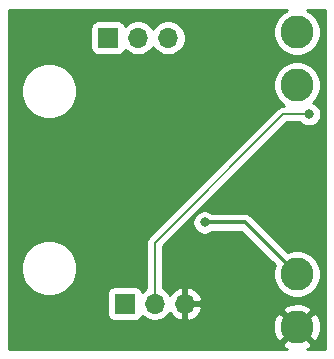
<source format=gbr>
G04 #@! TF.GenerationSoftware,KiCad,Pcbnew,(5.1.5-0-10_14)*
G04 #@! TF.CreationDate,2021-06-02T09:33:46-04:00*
G04 #@! TF.ProjectId,ESLO_RB2_Programmer,45534c4f-5f52-4423-925f-50726f677261,rev?*
G04 #@! TF.SameCoordinates,Original*
G04 #@! TF.FileFunction,Copper,L2,Bot*
G04 #@! TF.FilePolarity,Positive*
%FSLAX46Y46*%
G04 Gerber Fmt 4.6, Leading zero omitted, Abs format (unit mm)*
G04 Created by KiCad (PCBNEW (5.1.5-0-10_14)) date 2021-06-02 09:33:46*
%MOMM*%
%LPD*%
G04 APERTURE LIST*
%ADD10C,2.800000*%
%ADD11O,1.700000X1.700000*%
%ADD12R,1.700000X1.700000*%
%ADD13C,0.800000*%
%ADD14C,0.300000*%
%ADD15C,0.152400*%
%ADD16C,0.254000*%
G04 APERTURE END LIST*
D10*
X147000000Y-74500000D03*
X147000000Y-79000000D03*
X147000000Y-95000000D03*
X147000000Y-99500000D03*
D11*
X137500000Y-97500000D03*
X134960000Y-97500000D03*
D12*
X132420000Y-97500000D03*
D11*
X136080000Y-75000000D03*
X133540000Y-75000000D03*
D12*
X131000000Y-75000000D03*
D13*
X139175000Y-90625000D03*
X148000000Y-81450000D03*
D14*
X142625000Y-90625000D02*
X147000000Y-95000000D01*
X139175000Y-90625000D02*
X142625000Y-90625000D01*
D15*
X134960000Y-92340000D02*
X134960000Y-97500000D01*
X145850000Y-81450000D02*
X134960000Y-92340000D01*
X148000000Y-81450000D02*
X145850000Y-81450000D01*
D16*
G36*
X146036066Y-72696607D02*
G01*
X145702763Y-72919313D01*
X145419313Y-73202763D01*
X145196607Y-73536066D01*
X145043204Y-73906413D01*
X144965000Y-74299570D01*
X144965000Y-74700430D01*
X145043204Y-75093587D01*
X145196607Y-75463934D01*
X145419313Y-75797237D01*
X145702763Y-76080687D01*
X146036066Y-76303393D01*
X146406413Y-76456796D01*
X146799570Y-76535000D01*
X147200430Y-76535000D01*
X147593587Y-76456796D01*
X147963934Y-76303393D01*
X148297237Y-76080687D01*
X148580687Y-75797237D01*
X148803393Y-75463934D01*
X148956796Y-75093587D01*
X149035000Y-74700430D01*
X149035000Y-74299570D01*
X148956796Y-73906413D01*
X148803393Y-73536066D01*
X148580687Y-73202763D01*
X148297237Y-72919313D01*
X147963934Y-72696607D01*
X147875557Y-72660000D01*
X149340001Y-72660000D01*
X149340000Y-101340000D01*
X147883154Y-101340000D01*
X148096865Y-101225770D01*
X148240842Y-100920447D01*
X147000000Y-99679605D01*
X145759158Y-100920447D01*
X145903135Y-101225770D01*
X146129133Y-101340000D01*
X122660000Y-101340000D01*
X122660000Y-99546777D01*
X144955690Y-99546777D01*
X145004096Y-99944704D01*
X145129205Y-100325540D01*
X145274230Y-100596865D01*
X145579553Y-100740842D01*
X146820395Y-99500000D01*
X147179605Y-99500000D01*
X148420447Y-100740842D01*
X148725770Y-100596865D01*
X148906597Y-100239108D01*
X149014155Y-99852947D01*
X149044310Y-99453223D01*
X148995904Y-99055296D01*
X148870795Y-98674460D01*
X148725770Y-98403135D01*
X148420447Y-98259158D01*
X147179605Y-99500000D01*
X146820395Y-99500000D01*
X145579553Y-98259158D01*
X145274230Y-98403135D01*
X145093403Y-98760892D01*
X144985845Y-99147053D01*
X144955690Y-99546777D01*
X122660000Y-99546777D01*
X122660000Y-94264759D01*
X123611557Y-94264759D01*
X123611557Y-94735241D01*
X123703343Y-95196683D01*
X123883389Y-95631352D01*
X124144775Y-96022544D01*
X124477456Y-96355225D01*
X124868648Y-96616611D01*
X125303317Y-96796657D01*
X125764759Y-96888443D01*
X126235241Y-96888443D01*
X126696683Y-96796657D01*
X127050743Y-96650000D01*
X130931928Y-96650000D01*
X130931928Y-98350000D01*
X130944188Y-98474482D01*
X130980498Y-98594180D01*
X131039463Y-98704494D01*
X131118815Y-98801185D01*
X131215506Y-98880537D01*
X131325820Y-98939502D01*
X131445518Y-98975812D01*
X131570000Y-98988072D01*
X133270000Y-98988072D01*
X133394482Y-98975812D01*
X133514180Y-98939502D01*
X133624494Y-98880537D01*
X133721185Y-98801185D01*
X133800537Y-98704494D01*
X133859502Y-98594180D01*
X133881513Y-98521620D01*
X134013368Y-98653475D01*
X134256589Y-98815990D01*
X134526842Y-98927932D01*
X134813740Y-98985000D01*
X135106260Y-98985000D01*
X135393158Y-98927932D01*
X135663411Y-98815990D01*
X135906632Y-98653475D01*
X136113475Y-98446632D01*
X136235195Y-98264466D01*
X136304822Y-98381355D01*
X136499731Y-98597588D01*
X136733080Y-98771641D01*
X136995901Y-98896825D01*
X137143110Y-98941476D01*
X137373000Y-98820155D01*
X137373000Y-97627000D01*
X137627000Y-97627000D01*
X137627000Y-98820155D01*
X137856890Y-98941476D01*
X138004099Y-98896825D01*
X138266920Y-98771641D01*
X138500269Y-98597588D01*
X138695178Y-98381355D01*
X138844157Y-98131252D01*
X138862496Y-98079553D01*
X145759158Y-98079553D01*
X147000000Y-99320395D01*
X148240842Y-98079553D01*
X148096865Y-97774230D01*
X147739108Y-97593403D01*
X147352947Y-97485845D01*
X146953223Y-97455690D01*
X146555296Y-97504096D01*
X146174460Y-97629205D01*
X145903135Y-97774230D01*
X145759158Y-98079553D01*
X138862496Y-98079553D01*
X138941481Y-97856891D01*
X138820814Y-97627000D01*
X137627000Y-97627000D01*
X137373000Y-97627000D01*
X137353000Y-97627000D01*
X137353000Y-97373000D01*
X137373000Y-97373000D01*
X137373000Y-96179845D01*
X137627000Y-96179845D01*
X137627000Y-97373000D01*
X138820814Y-97373000D01*
X138941481Y-97143109D01*
X138844157Y-96868748D01*
X138695178Y-96618645D01*
X138500269Y-96402412D01*
X138266920Y-96228359D01*
X138004099Y-96103175D01*
X137856890Y-96058524D01*
X137627000Y-96179845D01*
X137373000Y-96179845D01*
X137143110Y-96058524D01*
X136995901Y-96103175D01*
X136733080Y-96228359D01*
X136499731Y-96402412D01*
X136304822Y-96618645D01*
X136235195Y-96735534D01*
X136113475Y-96553368D01*
X135906632Y-96346525D01*
X135671200Y-96189214D01*
X135671200Y-92634587D01*
X137782726Y-90523061D01*
X138140000Y-90523061D01*
X138140000Y-90726939D01*
X138179774Y-90926898D01*
X138257795Y-91115256D01*
X138371063Y-91284774D01*
X138515226Y-91428937D01*
X138684744Y-91542205D01*
X138873102Y-91620226D01*
X139073061Y-91660000D01*
X139276939Y-91660000D01*
X139476898Y-91620226D01*
X139665256Y-91542205D01*
X139834774Y-91428937D01*
X139853711Y-91410000D01*
X142299843Y-91410000D01*
X145117321Y-94227479D01*
X145043204Y-94406413D01*
X144965000Y-94799570D01*
X144965000Y-95200430D01*
X145043204Y-95593587D01*
X145196607Y-95963934D01*
X145419313Y-96297237D01*
X145702763Y-96580687D01*
X146036066Y-96803393D01*
X146406413Y-96956796D01*
X146799570Y-97035000D01*
X147200430Y-97035000D01*
X147593587Y-96956796D01*
X147963934Y-96803393D01*
X148297237Y-96580687D01*
X148580687Y-96297237D01*
X148803393Y-95963934D01*
X148956796Y-95593587D01*
X149035000Y-95200430D01*
X149035000Y-94799570D01*
X148956796Y-94406413D01*
X148803393Y-94036066D01*
X148580687Y-93702763D01*
X148297237Y-93419313D01*
X147963934Y-93196607D01*
X147593587Y-93043204D01*
X147200430Y-92965000D01*
X146799570Y-92965000D01*
X146406413Y-93043204D01*
X146227479Y-93117321D01*
X143207347Y-90097190D01*
X143182764Y-90067236D01*
X143063233Y-89969138D01*
X142926860Y-89896246D01*
X142778887Y-89851359D01*
X142663561Y-89840000D01*
X142663553Y-89840000D01*
X142625000Y-89836203D01*
X142586447Y-89840000D01*
X139853711Y-89840000D01*
X139834774Y-89821063D01*
X139665256Y-89707795D01*
X139476898Y-89629774D01*
X139276939Y-89590000D01*
X139073061Y-89590000D01*
X138873102Y-89629774D01*
X138684744Y-89707795D01*
X138515226Y-89821063D01*
X138371063Y-89965226D01*
X138257795Y-90134744D01*
X138179774Y-90323102D01*
X138140000Y-90523061D01*
X137782726Y-90523061D01*
X146144589Y-82161200D01*
X147247489Y-82161200D01*
X147340226Y-82253937D01*
X147509744Y-82367205D01*
X147698102Y-82445226D01*
X147898061Y-82485000D01*
X148101939Y-82485000D01*
X148301898Y-82445226D01*
X148490256Y-82367205D01*
X148659774Y-82253937D01*
X148803937Y-82109774D01*
X148917205Y-81940256D01*
X148995226Y-81751898D01*
X149035000Y-81551939D01*
X149035000Y-81348061D01*
X148995226Y-81148102D01*
X148917205Y-80959744D01*
X148803937Y-80790226D01*
X148659774Y-80646063D01*
X148490256Y-80532795D01*
X148387636Y-80490288D01*
X148580687Y-80297237D01*
X148803393Y-79963934D01*
X148956796Y-79593587D01*
X149035000Y-79200430D01*
X149035000Y-78799570D01*
X148956796Y-78406413D01*
X148803393Y-78036066D01*
X148580687Y-77702763D01*
X148297237Y-77419313D01*
X147963934Y-77196607D01*
X147593587Y-77043204D01*
X147200430Y-76965000D01*
X146799570Y-76965000D01*
X146406413Y-77043204D01*
X146036066Y-77196607D01*
X145702763Y-77419313D01*
X145419313Y-77702763D01*
X145196607Y-78036066D01*
X145043204Y-78406413D01*
X144965000Y-78799570D01*
X144965000Y-79200430D01*
X145043204Y-79593587D01*
X145196607Y-79963934D01*
X145419313Y-80297237D01*
X145702763Y-80580687D01*
X145939396Y-80738800D01*
X145884928Y-80738800D01*
X145850000Y-80735360D01*
X145815071Y-80738800D01*
X145815064Y-80738800D01*
X145710580Y-80749091D01*
X145576518Y-80789758D01*
X145452967Y-80855798D01*
X145371809Y-80922402D01*
X145371804Y-80922407D01*
X145344673Y-80944673D01*
X145322407Y-80971804D01*
X134481811Y-91812402D01*
X134454673Y-91834674D01*
X134365798Y-91942968D01*
X134299758Y-92066520D01*
X134259091Y-92200581D01*
X134248800Y-92305065D01*
X134248800Y-92305074D01*
X134245360Y-92340000D01*
X134248800Y-92374926D01*
X134248801Y-96189214D01*
X134013368Y-96346525D01*
X133881513Y-96478380D01*
X133859502Y-96405820D01*
X133800537Y-96295506D01*
X133721185Y-96198815D01*
X133624494Y-96119463D01*
X133514180Y-96060498D01*
X133394482Y-96024188D01*
X133270000Y-96011928D01*
X131570000Y-96011928D01*
X131445518Y-96024188D01*
X131325820Y-96060498D01*
X131215506Y-96119463D01*
X131118815Y-96198815D01*
X131039463Y-96295506D01*
X130980498Y-96405820D01*
X130944188Y-96525518D01*
X130931928Y-96650000D01*
X127050743Y-96650000D01*
X127131352Y-96616611D01*
X127522544Y-96355225D01*
X127855225Y-96022544D01*
X128116611Y-95631352D01*
X128296657Y-95196683D01*
X128388443Y-94735241D01*
X128388443Y-94264759D01*
X128296657Y-93803317D01*
X128116611Y-93368648D01*
X127855225Y-92977456D01*
X127522544Y-92644775D01*
X127131352Y-92383389D01*
X126696683Y-92203343D01*
X126235241Y-92111557D01*
X125764759Y-92111557D01*
X125303317Y-92203343D01*
X124868648Y-92383389D01*
X124477456Y-92644775D01*
X124144775Y-92977456D01*
X123883389Y-93368648D01*
X123703343Y-93803317D01*
X123611557Y-94264759D01*
X122660000Y-94264759D01*
X122660000Y-79264759D01*
X123611557Y-79264759D01*
X123611557Y-79735241D01*
X123703343Y-80196683D01*
X123883389Y-80631352D01*
X124144775Y-81022544D01*
X124477456Y-81355225D01*
X124868648Y-81616611D01*
X125303317Y-81796657D01*
X125764759Y-81888443D01*
X126235241Y-81888443D01*
X126696683Y-81796657D01*
X127131352Y-81616611D01*
X127522544Y-81355225D01*
X127855225Y-81022544D01*
X128116611Y-80631352D01*
X128296657Y-80196683D01*
X128388443Y-79735241D01*
X128388443Y-79264759D01*
X128296657Y-78803317D01*
X128116611Y-78368648D01*
X127855225Y-77977456D01*
X127522544Y-77644775D01*
X127131352Y-77383389D01*
X126696683Y-77203343D01*
X126235241Y-77111557D01*
X125764759Y-77111557D01*
X125303317Y-77203343D01*
X124868648Y-77383389D01*
X124477456Y-77644775D01*
X124144775Y-77977456D01*
X123883389Y-78368648D01*
X123703343Y-78803317D01*
X123611557Y-79264759D01*
X122660000Y-79264759D01*
X122660000Y-74150000D01*
X129511928Y-74150000D01*
X129511928Y-75850000D01*
X129524188Y-75974482D01*
X129560498Y-76094180D01*
X129619463Y-76204494D01*
X129698815Y-76301185D01*
X129795506Y-76380537D01*
X129905820Y-76439502D01*
X130025518Y-76475812D01*
X130150000Y-76488072D01*
X131850000Y-76488072D01*
X131974482Y-76475812D01*
X132094180Y-76439502D01*
X132204494Y-76380537D01*
X132301185Y-76301185D01*
X132380537Y-76204494D01*
X132439502Y-76094180D01*
X132461513Y-76021620D01*
X132593368Y-76153475D01*
X132836589Y-76315990D01*
X133106842Y-76427932D01*
X133393740Y-76485000D01*
X133686260Y-76485000D01*
X133973158Y-76427932D01*
X134243411Y-76315990D01*
X134486632Y-76153475D01*
X134693475Y-75946632D01*
X134810000Y-75772240D01*
X134926525Y-75946632D01*
X135133368Y-76153475D01*
X135376589Y-76315990D01*
X135646842Y-76427932D01*
X135933740Y-76485000D01*
X136226260Y-76485000D01*
X136513158Y-76427932D01*
X136783411Y-76315990D01*
X137026632Y-76153475D01*
X137233475Y-75946632D01*
X137395990Y-75703411D01*
X137507932Y-75433158D01*
X137565000Y-75146260D01*
X137565000Y-74853740D01*
X137507932Y-74566842D01*
X137395990Y-74296589D01*
X137233475Y-74053368D01*
X137026632Y-73846525D01*
X136783411Y-73684010D01*
X136513158Y-73572068D01*
X136226260Y-73515000D01*
X135933740Y-73515000D01*
X135646842Y-73572068D01*
X135376589Y-73684010D01*
X135133368Y-73846525D01*
X134926525Y-74053368D01*
X134810000Y-74227760D01*
X134693475Y-74053368D01*
X134486632Y-73846525D01*
X134243411Y-73684010D01*
X133973158Y-73572068D01*
X133686260Y-73515000D01*
X133393740Y-73515000D01*
X133106842Y-73572068D01*
X132836589Y-73684010D01*
X132593368Y-73846525D01*
X132461513Y-73978380D01*
X132439502Y-73905820D01*
X132380537Y-73795506D01*
X132301185Y-73698815D01*
X132204494Y-73619463D01*
X132094180Y-73560498D01*
X131974482Y-73524188D01*
X131850000Y-73511928D01*
X130150000Y-73511928D01*
X130025518Y-73524188D01*
X129905820Y-73560498D01*
X129795506Y-73619463D01*
X129698815Y-73698815D01*
X129619463Y-73795506D01*
X129560498Y-73905820D01*
X129524188Y-74025518D01*
X129511928Y-74150000D01*
X122660000Y-74150000D01*
X122660000Y-72660000D01*
X146124443Y-72660000D01*
X146036066Y-72696607D01*
G37*
X146036066Y-72696607D02*
X145702763Y-72919313D01*
X145419313Y-73202763D01*
X145196607Y-73536066D01*
X145043204Y-73906413D01*
X144965000Y-74299570D01*
X144965000Y-74700430D01*
X145043204Y-75093587D01*
X145196607Y-75463934D01*
X145419313Y-75797237D01*
X145702763Y-76080687D01*
X146036066Y-76303393D01*
X146406413Y-76456796D01*
X146799570Y-76535000D01*
X147200430Y-76535000D01*
X147593587Y-76456796D01*
X147963934Y-76303393D01*
X148297237Y-76080687D01*
X148580687Y-75797237D01*
X148803393Y-75463934D01*
X148956796Y-75093587D01*
X149035000Y-74700430D01*
X149035000Y-74299570D01*
X148956796Y-73906413D01*
X148803393Y-73536066D01*
X148580687Y-73202763D01*
X148297237Y-72919313D01*
X147963934Y-72696607D01*
X147875557Y-72660000D01*
X149340001Y-72660000D01*
X149340000Y-101340000D01*
X147883154Y-101340000D01*
X148096865Y-101225770D01*
X148240842Y-100920447D01*
X147000000Y-99679605D01*
X145759158Y-100920447D01*
X145903135Y-101225770D01*
X146129133Y-101340000D01*
X122660000Y-101340000D01*
X122660000Y-99546777D01*
X144955690Y-99546777D01*
X145004096Y-99944704D01*
X145129205Y-100325540D01*
X145274230Y-100596865D01*
X145579553Y-100740842D01*
X146820395Y-99500000D01*
X147179605Y-99500000D01*
X148420447Y-100740842D01*
X148725770Y-100596865D01*
X148906597Y-100239108D01*
X149014155Y-99852947D01*
X149044310Y-99453223D01*
X148995904Y-99055296D01*
X148870795Y-98674460D01*
X148725770Y-98403135D01*
X148420447Y-98259158D01*
X147179605Y-99500000D01*
X146820395Y-99500000D01*
X145579553Y-98259158D01*
X145274230Y-98403135D01*
X145093403Y-98760892D01*
X144985845Y-99147053D01*
X144955690Y-99546777D01*
X122660000Y-99546777D01*
X122660000Y-94264759D01*
X123611557Y-94264759D01*
X123611557Y-94735241D01*
X123703343Y-95196683D01*
X123883389Y-95631352D01*
X124144775Y-96022544D01*
X124477456Y-96355225D01*
X124868648Y-96616611D01*
X125303317Y-96796657D01*
X125764759Y-96888443D01*
X126235241Y-96888443D01*
X126696683Y-96796657D01*
X127050743Y-96650000D01*
X130931928Y-96650000D01*
X130931928Y-98350000D01*
X130944188Y-98474482D01*
X130980498Y-98594180D01*
X131039463Y-98704494D01*
X131118815Y-98801185D01*
X131215506Y-98880537D01*
X131325820Y-98939502D01*
X131445518Y-98975812D01*
X131570000Y-98988072D01*
X133270000Y-98988072D01*
X133394482Y-98975812D01*
X133514180Y-98939502D01*
X133624494Y-98880537D01*
X133721185Y-98801185D01*
X133800537Y-98704494D01*
X133859502Y-98594180D01*
X133881513Y-98521620D01*
X134013368Y-98653475D01*
X134256589Y-98815990D01*
X134526842Y-98927932D01*
X134813740Y-98985000D01*
X135106260Y-98985000D01*
X135393158Y-98927932D01*
X135663411Y-98815990D01*
X135906632Y-98653475D01*
X136113475Y-98446632D01*
X136235195Y-98264466D01*
X136304822Y-98381355D01*
X136499731Y-98597588D01*
X136733080Y-98771641D01*
X136995901Y-98896825D01*
X137143110Y-98941476D01*
X137373000Y-98820155D01*
X137373000Y-97627000D01*
X137627000Y-97627000D01*
X137627000Y-98820155D01*
X137856890Y-98941476D01*
X138004099Y-98896825D01*
X138266920Y-98771641D01*
X138500269Y-98597588D01*
X138695178Y-98381355D01*
X138844157Y-98131252D01*
X138862496Y-98079553D01*
X145759158Y-98079553D01*
X147000000Y-99320395D01*
X148240842Y-98079553D01*
X148096865Y-97774230D01*
X147739108Y-97593403D01*
X147352947Y-97485845D01*
X146953223Y-97455690D01*
X146555296Y-97504096D01*
X146174460Y-97629205D01*
X145903135Y-97774230D01*
X145759158Y-98079553D01*
X138862496Y-98079553D01*
X138941481Y-97856891D01*
X138820814Y-97627000D01*
X137627000Y-97627000D01*
X137373000Y-97627000D01*
X137353000Y-97627000D01*
X137353000Y-97373000D01*
X137373000Y-97373000D01*
X137373000Y-96179845D01*
X137627000Y-96179845D01*
X137627000Y-97373000D01*
X138820814Y-97373000D01*
X138941481Y-97143109D01*
X138844157Y-96868748D01*
X138695178Y-96618645D01*
X138500269Y-96402412D01*
X138266920Y-96228359D01*
X138004099Y-96103175D01*
X137856890Y-96058524D01*
X137627000Y-96179845D01*
X137373000Y-96179845D01*
X137143110Y-96058524D01*
X136995901Y-96103175D01*
X136733080Y-96228359D01*
X136499731Y-96402412D01*
X136304822Y-96618645D01*
X136235195Y-96735534D01*
X136113475Y-96553368D01*
X135906632Y-96346525D01*
X135671200Y-96189214D01*
X135671200Y-92634587D01*
X137782726Y-90523061D01*
X138140000Y-90523061D01*
X138140000Y-90726939D01*
X138179774Y-90926898D01*
X138257795Y-91115256D01*
X138371063Y-91284774D01*
X138515226Y-91428937D01*
X138684744Y-91542205D01*
X138873102Y-91620226D01*
X139073061Y-91660000D01*
X139276939Y-91660000D01*
X139476898Y-91620226D01*
X139665256Y-91542205D01*
X139834774Y-91428937D01*
X139853711Y-91410000D01*
X142299843Y-91410000D01*
X145117321Y-94227479D01*
X145043204Y-94406413D01*
X144965000Y-94799570D01*
X144965000Y-95200430D01*
X145043204Y-95593587D01*
X145196607Y-95963934D01*
X145419313Y-96297237D01*
X145702763Y-96580687D01*
X146036066Y-96803393D01*
X146406413Y-96956796D01*
X146799570Y-97035000D01*
X147200430Y-97035000D01*
X147593587Y-96956796D01*
X147963934Y-96803393D01*
X148297237Y-96580687D01*
X148580687Y-96297237D01*
X148803393Y-95963934D01*
X148956796Y-95593587D01*
X149035000Y-95200430D01*
X149035000Y-94799570D01*
X148956796Y-94406413D01*
X148803393Y-94036066D01*
X148580687Y-93702763D01*
X148297237Y-93419313D01*
X147963934Y-93196607D01*
X147593587Y-93043204D01*
X147200430Y-92965000D01*
X146799570Y-92965000D01*
X146406413Y-93043204D01*
X146227479Y-93117321D01*
X143207347Y-90097190D01*
X143182764Y-90067236D01*
X143063233Y-89969138D01*
X142926860Y-89896246D01*
X142778887Y-89851359D01*
X142663561Y-89840000D01*
X142663553Y-89840000D01*
X142625000Y-89836203D01*
X142586447Y-89840000D01*
X139853711Y-89840000D01*
X139834774Y-89821063D01*
X139665256Y-89707795D01*
X139476898Y-89629774D01*
X139276939Y-89590000D01*
X139073061Y-89590000D01*
X138873102Y-89629774D01*
X138684744Y-89707795D01*
X138515226Y-89821063D01*
X138371063Y-89965226D01*
X138257795Y-90134744D01*
X138179774Y-90323102D01*
X138140000Y-90523061D01*
X137782726Y-90523061D01*
X146144589Y-82161200D01*
X147247489Y-82161200D01*
X147340226Y-82253937D01*
X147509744Y-82367205D01*
X147698102Y-82445226D01*
X147898061Y-82485000D01*
X148101939Y-82485000D01*
X148301898Y-82445226D01*
X148490256Y-82367205D01*
X148659774Y-82253937D01*
X148803937Y-82109774D01*
X148917205Y-81940256D01*
X148995226Y-81751898D01*
X149035000Y-81551939D01*
X149035000Y-81348061D01*
X148995226Y-81148102D01*
X148917205Y-80959744D01*
X148803937Y-80790226D01*
X148659774Y-80646063D01*
X148490256Y-80532795D01*
X148387636Y-80490288D01*
X148580687Y-80297237D01*
X148803393Y-79963934D01*
X148956796Y-79593587D01*
X149035000Y-79200430D01*
X149035000Y-78799570D01*
X148956796Y-78406413D01*
X148803393Y-78036066D01*
X148580687Y-77702763D01*
X148297237Y-77419313D01*
X147963934Y-77196607D01*
X147593587Y-77043204D01*
X147200430Y-76965000D01*
X146799570Y-76965000D01*
X146406413Y-77043204D01*
X146036066Y-77196607D01*
X145702763Y-77419313D01*
X145419313Y-77702763D01*
X145196607Y-78036066D01*
X145043204Y-78406413D01*
X144965000Y-78799570D01*
X144965000Y-79200430D01*
X145043204Y-79593587D01*
X145196607Y-79963934D01*
X145419313Y-80297237D01*
X145702763Y-80580687D01*
X145939396Y-80738800D01*
X145884928Y-80738800D01*
X145850000Y-80735360D01*
X145815071Y-80738800D01*
X145815064Y-80738800D01*
X145710580Y-80749091D01*
X145576518Y-80789758D01*
X145452967Y-80855798D01*
X145371809Y-80922402D01*
X145371804Y-80922407D01*
X145344673Y-80944673D01*
X145322407Y-80971804D01*
X134481811Y-91812402D01*
X134454673Y-91834674D01*
X134365798Y-91942968D01*
X134299758Y-92066520D01*
X134259091Y-92200581D01*
X134248800Y-92305065D01*
X134248800Y-92305074D01*
X134245360Y-92340000D01*
X134248800Y-92374926D01*
X134248801Y-96189214D01*
X134013368Y-96346525D01*
X133881513Y-96478380D01*
X133859502Y-96405820D01*
X133800537Y-96295506D01*
X133721185Y-96198815D01*
X133624494Y-96119463D01*
X133514180Y-96060498D01*
X133394482Y-96024188D01*
X133270000Y-96011928D01*
X131570000Y-96011928D01*
X131445518Y-96024188D01*
X131325820Y-96060498D01*
X131215506Y-96119463D01*
X131118815Y-96198815D01*
X131039463Y-96295506D01*
X130980498Y-96405820D01*
X130944188Y-96525518D01*
X130931928Y-96650000D01*
X127050743Y-96650000D01*
X127131352Y-96616611D01*
X127522544Y-96355225D01*
X127855225Y-96022544D01*
X128116611Y-95631352D01*
X128296657Y-95196683D01*
X128388443Y-94735241D01*
X128388443Y-94264759D01*
X128296657Y-93803317D01*
X128116611Y-93368648D01*
X127855225Y-92977456D01*
X127522544Y-92644775D01*
X127131352Y-92383389D01*
X126696683Y-92203343D01*
X126235241Y-92111557D01*
X125764759Y-92111557D01*
X125303317Y-92203343D01*
X124868648Y-92383389D01*
X124477456Y-92644775D01*
X124144775Y-92977456D01*
X123883389Y-93368648D01*
X123703343Y-93803317D01*
X123611557Y-94264759D01*
X122660000Y-94264759D01*
X122660000Y-79264759D01*
X123611557Y-79264759D01*
X123611557Y-79735241D01*
X123703343Y-80196683D01*
X123883389Y-80631352D01*
X124144775Y-81022544D01*
X124477456Y-81355225D01*
X124868648Y-81616611D01*
X125303317Y-81796657D01*
X125764759Y-81888443D01*
X126235241Y-81888443D01*
X126696683Y-81796657D01*
X127131352Y-81616611D01*
X127522544Y-81355225D01*
X127855225Y-81022544D01*
X128116611Y-80631352D01*
X128296657Y-80196683D01*
X128388443Y-79735241D01*
X128388443Y-79264759D01*
X128296657Y-78803317D01*
X128116611Y-78368648D01*
X127855225Y-77977456D01*
X127522544Y-77644775D01*
X127131352Y-77383389D01*
X126696683Y-77203343D01*
X126235241Y-77111557D01*
X125764759Y-77111557D01*
X125303317Y-77203343D01*
X124868648Y-77383389D01*
X124477456Y-77644775D01*
X124144775Y-77977456D01*
X123883389Y-78368648D01*
X123703343Y-78803317D01*
X123611557Y-79264759D01*
X122660000Y-79264759D01*
X122660000Y-74150000D01*
X129511928Y-74150000D01*
X129511928Y-75850000D01*
X129524188Y-75974482D01*
X129560498Y-76094180D01*
X129619463Y-76204494D01*
X129698815Y-76301185D01*
X129795506Y-76380537D01*
X129905820Y-76439502D01*
X130025518Y-76475812D01*
X130150000Y-76488072D01*
X131850000Y-76488072D01*
X131974482Y-76475812D01*
X132094180Y-76439502D01*
X132204494Y-76380537D01*
X132301185Y-76301185D01*
X132380537Y-76204494D01*
X132439502Y-76094180D01*
X132461513Y-76021620D01*
X132593368Y-76153475D01*
X132836589Y-76315990D01*
X133106842Y-76427932D01*
X133393740Y-76485000D01*
X133686260Y-76485000D01*
X133973158Y-76427932D01*
X134243411Y-76315990D01*
X134486632Y-76153475D01*
X134693475Y-75946632D01*
X134810000Y-75772240D01*
X134926525Y-75946632D01*
X135133368Y-76153475D01*
X135376589Y-76315990D01*
X135646842Y-76427932D01*
X135933740Y-76485000D01*
X136226260Y-76485000D01*
X136513158Y-76427932D01*
X136783411Y-76315990D01*
X137026632Y-76153475D01*
X137233475Y-75946632D01*
X137395990Y-75703411D01*
X137507932Y-75433158D01*
X137565000Y-75146260D01*
X137565000Y-74853740D01*
X137507932Y-74566842D01*
X137395990Y-74296589D01*
X137233475Y-74053368D01*
X137026632Y-73846525D01*
X136783411Y-73684010D01*
X136513158Y-73572068D01*
X136226260Y-73515000D01*
X135933740Y-73515000D01*
X135646842Y-73572068D01*
X135376589Y-73684010D01*
X135133368Y-73846525D01*
X134926525Y-74053368D01*
X134810000Y-74227760D01*
X134693475Y-74053368D01*
X134486632Y-73846525D01*
X134243411Y-73684010D01*
X133973158Y-73572068D01*
X133686260Y-73515000D01*
X133393740Y-73515000D01*
X133106842Y-73572068D01*
X132836589Y-73684010D01*
X132593368Y-73846525D01*
X132461513Y-73978380D01*
X132439502Y-73905820D01*
X132380537Y-73795506D01*
X132301185Y-73698815D01*
X132204494Y-73619463D01*
X132094180Y-73560498D01*
X131974482Y-73524188D01*
X131850000Y-73511928D01*
X130150000Y-73511928D01*
X130025518Y-73524188D01*
X129905820Y-73560498D01*
X129795506Y-73619463D01*
X129698815Y-73698815D01*
X129619463Y-73795506D01*
X129560498Y-73905820D01*
X129524188Y-74025518D01*
X129511928Y-74150000D01*
X122660000Y-74150000D01*
X122660000Y-72660000D01*
X146124443Y-72660000D01*
X146036066Y-72696607D01*
M02*

</source>
